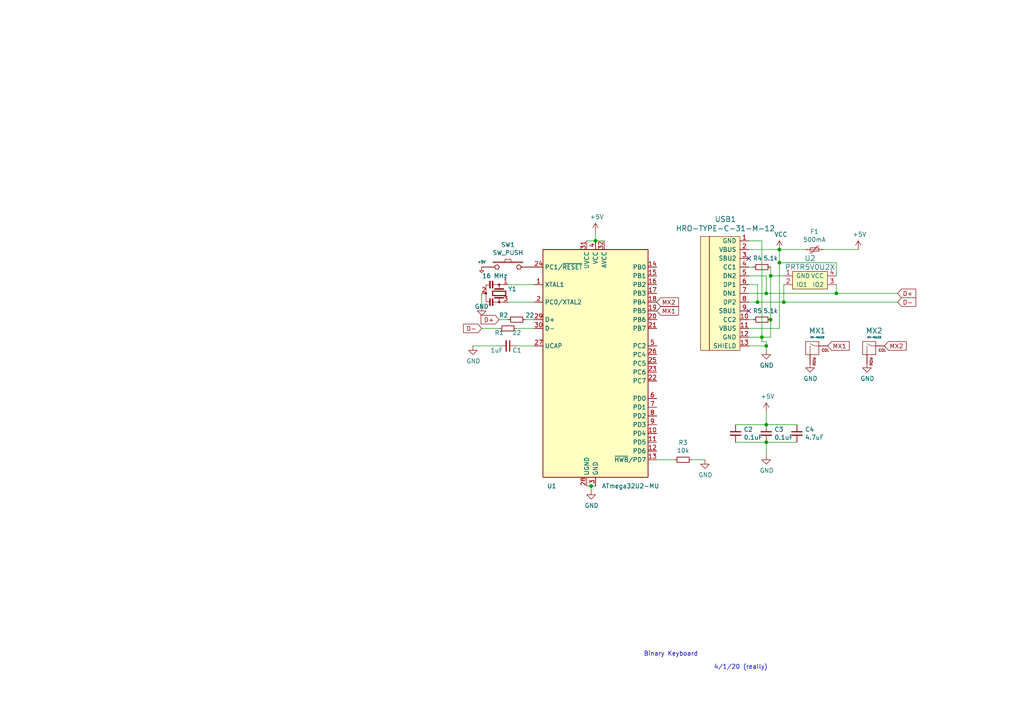
<source format=kicad_sch>
(kicad_sch (version 20211123) (generator eeschema)
  (paper "A4")
  (lib_symbols
    (symbol "Device:C_Small" (pin_numbers hide) (pin_names (offset 0.254) hide)
      (property "Reference" "C" (at 0.254 1.778 0))
      (property "Value" "C_Small" (at 0.254 -2.032 0))
      (symbol "C_Small_0_1"
        (polyline (pts (xy -1.524 -0.508) (xy 1.524 -0.508)) (stroke (width 0.3302)))
        (polyline (pts (xy -1.524 0.508) (xy 1.524 0.508)) (stroke (width 0.3048)))
      )
      (symbol "C_Small_1_1"
        (pin passive line (at 0 2.54 270) (length 2.032) (name "~") (number "1"))
        (pin passive line (at 0 -2.54 90) (length 2.032) (name "~") (number "2"))
      )
    )
    (symbol "Device:Polyfuse_Small" (pin_numbers hide) (pin_names (offset 0))
      (property "Reference" "F" (at -1.905 0 90))
      (property "Value" "Polyfuse_Small" (at 1.905 0 90))
      (symbol "Polyfuse_Small_0_1"
        (rectangle (start -0.508 1.27) (end 0.508 -1.27))
        (polyline (pts (xy 0 2.54) (xy 0 -2.54)))
        (polyline (pts (xy -1.016 1.27) (xy -1.016 0.762) (xy 1.016 -0.762) (xy 1.016 -1.27)))
      )
      (symbol "Polyfuse_Small_1_1"
        (pin passive line (at 0 2.54 270) (length 0.635) (name "~") (number "1"))
        (pin passive line (at 0 -2.54 90) (length 0.635) (name "~") (number "2"))
      )
    )
    (symbol "Device:R_Small" (pin_numbers hide) (pin_names (offset 0.254) hide)
      (property "Reference" "R" (at 0.762 0.508 0))
      (property "Value" "R_Small" (at 0.762 -1.016 0))
      (symbol "R_Small_0_1"
        (rectangle (start -0.762 1.778) (end 0.762 -1.778) (stroke (width 0.2032)))
      )
      (symbol "R_Small_1_1"
        (pin passive line (at 0 2.54 270) (length 0.762) (name "~") (number "1"))
        (pin passive line (at 0 -2.54 90) (length 0.762) (name "~") (number "2"))
      )
    )
    (symbol "Device:Resonator_Small" (pin_names (offset 1.016) hide)
      (property "Reference" "Y" (at 3.175 1.905 0))
      (property "Value" "Resonator_Small" (at 3.175 0 0))
      (symbol "Resonator_Small_0_1"
        (rectangle (start -3.556 -2.54) (end -1.524 -2.794) (fill (type outline)))
        (rectangle (start -3.556 -1.778) (end -1.524 -2.032) (fill (type outline)))
        (circle (center -2.54 0) (radius 0.254) (fill (type outline)))
        (rectangle (start -0.635 1.905) (end 0.635 -1.905) (stroke (width 0.3048)))
        (circle (center 0 -3.81) (radius 0.254) (fill (type outline)))
        (polyline (pts (xy -2.54 -1.778) (xy -2.54 0)))
        (polyline (pts (xy -2.54 0) (xy -1.397 0)))
        (polyline (pts (xy -2.54 1.27) (xy -2.54 0)))
        (polyline (pts (xy -1.27 -1.27) (xy -1.27 1.27)) (stroke (width 0.381)))
        (polyline (pts (xy 1.27 -1.27) (xy 1.27 1.27)) (stroke (width 0.381)))
        (polyline (pts (xy 1.27 0) (xy 2.54 0)))
        (polyline (pts (xy 2.54 0) (xy 2.54 -1.778)))
        (polyline (pts (xy 2.54 1.27) (xy 2.54 0)))
        (polyline (pts (xy 2.413 -2.794) (xy 2.413 -3.81) (xy -2.413 -3.81) (xy -2.413 -2.667)))
        (rectangle (start 1.524 -2.54) (end 3.556 -2.794) (fill (type outline)))
        (rectangle (start 1.524 -1.778) (end 3.556 -2.032) (fill (type outline)))
        (circle (center 2.54 0) (radius 0.254) (fill (type outline)))
      )
      (symbol "Resonator_Small_1_1"
        (pin passive line (at -2.54 2.54 270) (length 1.27) (name "1") (number "1"))
        (pin passive line (at 0 -5.08 90) (length 1.27) (name "2") (number "2"))
        (pin passive line (at 2.54 2.54 270) (length 1.27) (name "3") (number "3"))
      )
    )
    (symbol "binarykb-rescue:ATmega32U2-MU-MCU_Microchip_ATmega"
      (property "Reference" "U" (at -15.24 34.29 0))
      (property "Value" "ATmega32U2-MU-MCU_Microchip_ATmega" (at 2.54 -34.29 0))
      (symbol "ATmega32U2-MU-MCU_Microchip_ATmega_0_1"
        (rectangle (start -15.24 -33.02) (end 15.24 33.02) (stroke (width 0.254)) (fill (type background)))
      )
      (symbol "ATmega32U2-MU-MCU_Microchip_ATmega_1_1"
        (pin input line (at -17.78 22.86 0) (length 2.54) (name "XTAL1") (number "1"))
        (pin bidirectional line (at 17.78 -20.32 180) (length 2.54) (name "PD4") (number "10"))
        (pin bidirectional line (at 17.78 -22.86 180) (length 2.54) (name "PD5") (number "11"))
        (pin bidirectional line (at 17.78 -25.4 180) (length 2.54) (name "PD6") (number "12"))
        (pin bidirectional line (at 17.78 -27.94 180) (length 2.54) (name "~{HWB}/PD7") (number "13"))
        (pin bidirectional line (at 17.78 27.94 180) (length 2.54) (name "PB0") (number "14"))
        (pin bidirectional line (at 17.78 25.4 180) (length 2.54) (name "PB1") (number "15"))
        (pin bidirectional line (at 17.78 22.86 180) (length 2.54) (name "PB2") (number "16"))
        (pin bidirectional line (at 17.78 20.32 180) (length 2.54) (name "PB3") (number "17"))
        (pin bidirectional line (at 17.78 17.78 180) (length 2.54) (name "PB4") (number "18"))
        (pin bidirectional line (at 17.78 15.24 180) (length 2.54) (name "PB5") (number "19"))
        (pin bidirectional line (at -17.78 17.78 0) (length 2.54) (name "PC0/XTAL2") (number "2"))
        (pin bidirectional line (at 17.78 12.7 180) (length 2.54) (name "PB6") (number "20"))
        (pin bidirectional line (at 17.78 10.16 180) (length 2.54) (name "PB7") (number "21"))
        (pin bidirectional line (at 17.78 -5.08 180) (length 2.54) (name "PC7") (number "22"))
        (pin bidirectional line (at 17.78 -2.54 180) (length 2.54) (name "PC6") (number "23"))
        (pin bidirectional line (at -17.78 27.94 0) (length 2.54) (name "PC1/~{RESET}") (number "24"))
        (pin bidirectional line (at 17.78 0 180) (length 2.54) (name "PC5") (number "25"))
        (pin bidirectional line (at 17.78 2.54 180) (length 2.54) (name "PC4") (number "26"))
        (pin passive line (at -17.78 5.08 0) (length 2.54) (name "UCAP") (number "27"))
        (pin power_in line (at -2.54 -35.56 90) (length 2.54) (name "UGND") (number "28"))
        (pin bidirectional line (at -17.78 12.7 0) (length 2.54) (name "D+") (number "29"))
        (pin power_in line (at 0 -35.56 90) (length 2.54) (name "GND") (number "3"))
        (pin bidirectional line (at -17.78 10.16 0) (length 2.54) (name "D-") (number "30"))
        (pin power_in line (at -2.54 35.56 270) (length 2.54) (name "UVCC") (number "31"))
        (pin power_in line (at 2.54 35.56 270) (length 2.54) (name "AVCC") (number "32"))
        (pin passive line (at 0 -35.56 90) (length 2.54) hide (name "GND") (number "33"))
        (pin power_in line (at 0 35.56 270) (length 2.54) (name "VCC") (number "4"))
        (pin bidirectional line (at 17.78 5.08 180) (length 2.54) (name "PC2") (number "5"))
        (pin bidirectional line (at 17.78 -10.16 180) (length 2.54) (name "PD0") (number "6"))
        (pin bidirectional line (at 17.78 -12.7 180) (length 2.54) (name "PD1") (number "7"))
        (pin bidirectional line (at 17.78 -15.24 180) (length 2.54) (name "PD2") (number "8"))
        (pin bidirectional line (at 17.78 -17.78 180) (length 2.54) (name "PD3") (number "9"))
      )
    )
    (symbol "binarykb-rescue:GND-keyboard_parts" (power) (pin_names (offset 0))
      (property "Value" "GND-keyboard_parts" (at 0 -2.54 0))
      (symbol "GND-keyboard_parts_0_0"
        (pin power_in line (at 0 0 90) (length 0) hide (name "+5V") (number "1"))
      )
      (symbol "GND-keyboard_parts_0_1"
        (polyline (pts (xy 0 -1.651) (xy 0.635 -1.016) (xy -0.635 -1.016) (xy 0 -1.651)))
      )
      (symbol "GND-keyboard_parts_1_1"
        (polyline (pts (xy 0 0) (xy 0 -1.016) (xy 0 -1.016)))
      )
    )
    (symbol "binarykb-rescue:HRO-TYPE-C-31-M-12-Type-C" (pin_names (offset 1.016))
      (property "Reference" "USB" (at -5.08 16.51 0))
      (property "Value" "HRO-TYPE-C-31-M-12-Type-C" (at -10.16 -1.27 90))
      (symbol "HRO-TYPE-C-31-M-12-Type-C_0_1"
        (rectangle (start -11.43 15.24) (end -8.89 -17.78) (fill (type background)))
        (rectangle (start 0 -17.78) (end -8.89 15.24) (fill (type background)))
      )
      (symbol "HRO-TYPE-C-31-M-12-Type-C_1_1"
        (pin input line (at 2.54 13.97 180) (length 2.54) (name "GND") (number "1"))
        (pin input line (at 2.54 -8.89 180) (length 2.54) (name "CC2") (number "10"))
        (pin input line (at 2.54 -11.43 180) (length 2.54) (name "VBUS") (number "11"))
        (pin input line (at 2.54 -13.97 180) (length 2.54) (name "GND") (number "12"))
        (pin input line (at 2.54 -16.51 180) (length 2.54) (name "SHIELD") (number "13"))
        (pin input line (at 2.54 11.43 180) (length 2.54) (name "VBUS") (number "2"))
        (pin input line (at 2.54 8.89 180) (length 2.54) (name "SBU2") (number "3"))
        (pin input line (at 2.54 6.35 180) (length 2.54) (name "CC1") (number "4"))
        (pin input line (at 2.54 3.81 180) (length 2.54) (name "DN2") (number "5"))
        (pin input line (at 2.54 1.27 180) (length 2.54) (name "DP1") (number "6"))
        (pin input line (at 2.54 -1.27 180) (length 2.54) (name "DN1") (number "7"))
        (pin input line (at 2.54 -3.81 180) (length 2.54) (name "DP2") (number "8"))
        (pin input line (at 2.54 -6.35 180) (length 2.54) (name "SBU1") (number "9"))
      )
    )
    (symbol "binarykb-rescue:MX-NoLED-MX_Alps_Hybrid" (pin_names (offset 1.016))
      (property "Reference" "MX" (at -0.635 3.81 0))
      (property "Value" "MX-NoLED-MX_Alps_Hybrid" (at -0.635 1.27 0))
      (symbol "MX-NoLED-MX_Alps_Hybrid_0_0"
        (rectangle (start -2.54 2.54) (end 1.27 -1.27))
        (polyline (pts (xy -1.27 -1.27) (xy -1.27 1.27)) (stroke (width 0.127)))
        (polyline (pts (xy 1.27 1.27) (xy 0 1.27) (xy -1.27 1.905)) (stroke (width 0.127)))
        (text "COL" (at 3.175 0 0) (effects (font (size 0.762 0.762))))
        (text "ROW" (at 0 -1.905 900) (effects (font (size 0.762 0.762)) (justify right)))
      )
      (symbol "MX-NoLED-MX_Alps_Hybrid_1_1"
        (pin passive line (at 3.81 1.27 180) (length 2.54) (name "COL") (number "1"))
        (pin passive line (at -1.27 -3.81 90) (length 2.54) (name "ROW") (number "2"))
      )
    )
    (symbol "binarykb-rescue:PRTR5V0U2X-random-keyboard-parts" (pin_names (offset 1.016))
      (property "Reference" "U" (at 0 3.81 0))
      (property "Value" "PRTR5V0U2X-random-keyboard-parts" (at 0 -3.81 0))
      (symbol "PRTR5V0U2X-random-keyboard-parts_0_1"
        (rectangle (start -5.08 2.54) (end 5.08 -2.54) (fill (type background)))
      )
      (symbol "PRTR5V0U2X-random-keyboard-parts_1_1"
        (pin input line (at -7.62 1.27 0) (length 2.54) (name "GND") (number "1"))
        (pin input line (at -7.62 -1.27 0) (length 2.54) (name "IO1") (number "2"))
        (pin input line (at 7.62 -1.27 180) (length 2.54) (name "IO2") (number "3"))
        (pin input line (at 7.62 1.27 180) (length 2.54) (name "VCC") (number "4"))
      )
    )
    (symbol "binarykb-rescue:SW_PUSH-keyboard_parts" (pin_numbers hide) (pin_names (offset 1.016) hide)
      (property "Reference" "SW" (at 3.81 2.794 0))
      (property "Value" "SW_PUSH-keyboard_parts" (at 0 -2.032 0))
      (symbol "SW_PUSH-keyboard_parts_0_1"
        (rectangle (start -4.318 1.27) (end 4.318 1.524))
        (polyline (pts (xy -1.016 1.524) (xy -0.762 2.286) (xy 0.762 2.286) (xy 1.016 1.524)))
        (pin passive inverted (at -7.62 0 0) (length 5.08) (name "1") (number "1"))
        (pin passive inverted (at 7.62 0 180) (length 5.08) (name "2") (number "2"))
      )
    )
    (symbol "power:+5V" (power) (pin_names (offset 0))
      (property "Value" "+5V" (at 0 3.556 0))
      (symbol "+5V_0_1"
        (polyline (pts (xy -0.762 1.27) (xy 0 2.54)))
        (polyline (pts (xy 0 0) (xy 0 2.54)))
        (polyline (pts (xy 0 2.54) (xy 0.762 1.27)))
      )
      (symbol "+5V_1_1"
        (pin power_in line (at 0 0 90) (length 0) hide (name "+5V") (number "1"))
      )
    )
    (symbol "power:GND" (power) (pin_names (offset 0))
      (property "Value" "GND" (at 0 -3.81 0))
      (symbol "GND_0_1"
        (polyline (pts (xy 0 0) (xy 0 -1.27) (xy 1.27 -1.27) (xy 0 -2.54) (xy -1.27 -1.27) (xy 0 -1.27)))
      )
      (symbol "GND_1_1"
        (pin power_in line (at 0 0 270) (length 0) hide (name "GND") (number "1"))
      )
    )
    (symbol "power:VCC" (power) (pin_names (offset 0))
      (property "Value" "VCC" (at 0 3.81 0))
      (symbol "VCC_0_1"
        (polyline (pts (xy -0.762 1.27) (xy 0 2.54)))
        (polyline (pts (xy 0 0) (xy 0 2.54)))
        (polyline (pts (xy 0 2.54) (xy 0.762 1.27)))
      )
      (symbol "VCC_1_1"
        (pin power_in line (at 0 0 90) (length 0) hide (name "VCC") (number "1"))
      )
    )
  )
  (junction (at 222.25 100.33))
  (junction (at 222.25 123.19))
  (junction (at 226.06 72.39))
  (junction (at 226.06 76.2))
  (junction (at 219.71 87.63))
  (junction (at 220.98 97.79))
  (junction (at 222.25 85.09))
  (junction (at 171.45 140.97))
  (junction (at 242.57 85.09))
  (junction (at 227.33 87.63))
  (junction (at 223.52 92.71))
  (junction (at 172.72 69.85))
  (junction (at 222.25 128.27))
  (junction (at 223.52 80.01))
  (no_connect (at 217.17 90.17))
  (no_connect (at 217.17 74.93))
  (wire (pts (xy 238.76 72.39) (xy 248.92 72.39)))
  (wire (pts (xy 222.25 99.06) (xy 220.98 99.06)))
  (wire (pts (xy 219.71 82.55) (xy 219.71 87.63)))
  (wire (pts (xy 242.57 85.09) (xy 260.35 85.09)))
  (wire (pts (xy 147.32 92.71) (xy 144.78 92.71)))
  (wire (pts (xy 226.06 95.25) (xy 226.06 76.2)))
  (wire (pts (xy 222.25 100.33) (xy 222.25 101.6)))
  (wire (pts (xy 222.25 99.06) (xy 222.25 100.33)))
  (wire (pts (xy 144.78 95.25) (xy 139.7 95.25)))
  (wire (pts (xy 226.06 76.2) (xy 226.06 72.39)))
  (wire (pts (xy 217.17 72.39) (xy 226.06 72.39)))
  (wire (pts (xy 223.52 77.47) (xy 223.52 80.01)))
  (wire (pts (xy 147.32 82.55) (xy 154.94 82.55)))
  (wire (pts (xy 147.32 87.63) (xy 154.94 87.63)))
  (wire (pts (xy 217.17 100.33) (xy 222.25 100.33)))
  (wire (pts (xy 172.72 69.85) (xy 172.72 67.31)))
  (wire (pts (xy 200.66 133.35) (xy 204.47 133.35)))
  (wire (pts (xy 217.17 77.47) (xy 218.44 77.47)))
  (wire (pts (xy 223.52 97.79) (xy 220.98 97.79)))
  (wire (pts (xy 172.72 69.85) (xy 175.26 69.85)))
  (wire (pts (xy 139.7 85.09) (xy 139.7 88.9)))
  (wire (pts (xy 242.57 76.2) (xy 226.06 76.2)))
  (wire (pts (xy 222.25 85.09) (xy 242.57 85.09)))
  (wire (pts (xy 171.45 140.97) (xy 171.45 142.24)))
  (wire (pts (xy 152.4 92.71) (xy 154.94 92.71)))
  (wire (pts (xy 223.52 92.71) (xy 223.52 97.79)))
  (wire (pts (xy 242.57 82.55) (xy 242.57 85.09)))
  (wire (pts (xy 144.78 100.33) (xy 137.16 100.33)))
  (wire (pts (xy 218.44 92.71) (xy 217.17 92.71)))
  (wire (pts (xy 170.18 140.97) (xy 171.45 140.97)))
  (wire (pts (xy 222.25 123.19) (xy 222.25 119.38)))
  (wire (pts (xy 226.06 72.39) (xy 233.68 72.39)))
  (wire (pts (xy 217.17 97.79) (xy 220.98 97.79)))
  (wire (pts (xy 227.33 87.63) (xy 260.35 87.63)))
  (wire (pts (xy 217.17 85.09) (xy 222.25 85.09)))
  (wire (pts (xy 222.25 132.08) (xy 222.25 128.27)))
  (wire (pts (xy 227.33 82.55) (xy 227.33 87.63)))
  (wire (pts (xy 213.36 123.19) (xy 222.25 123.19)))
  (wire (pts (xy 149.86 95.25) (xy 154.94 95.25)))
  (wire (pts (xy 223.52 80.01) (xy 227.33 80.01)))
  (wire (pts (xy 220.98 69.85) (xy 217.17 69.85)))
  (wire (pts (xy 170.18 69.85) (xy 172.72 69.85)))
  (wire (pts (xy 217.17 82.55) (xy 219.71 82.55)))
  (wire (pts (xy 223.52 80.01) (xy 223.52 92.71)))
  (wire (pts (xy 217.17 80.01) (xy 222.25 80.01)))
  (wire (pts (xy 219.71 87.63) (xy 227.33 87.63)))
  (wire (pts (xy 154.94 100.33) (xy 149.86 100.33)))
  (wire (pts (xy 213.36 128.27) (xy 222.25 128.27)))
  (wire (pts (xy 222.25 80.01) (xy 222.25 85.09)))
  (wire (pts (xy 217.17 87.63) (xy 219.71 87.63)))
  (wire (pts (xy 190.5 133.35) (xy 195.58 133.35)))
  (wire (pts (xy 231.14 128.27) (xy 222.25 128.27)))
  (wire (pts (xy 171.45 140.97) (xy 172.72 140.97)))
  (wire (pts (xy 217.17 95.25) (xy 226.06 95.25)))
  (wire (pts (xy 220.98 97.79) (xy 220.98 69.85)))
  (wire (pts (xy 220.98 99.06) (xy 220.98 97.79)))
  (wire (pts (xy 242.57 80.01) (xy 242.57 76.2)))
  (wire (pts (xy 222.25 123.19) (xy 231.14 123.19)))
  (text "4/1/20 (really)" (at 207.01 194.31 0) (effects (font (size 1.27 1.27)) (justify left bottom)))
  (text "Binary Keyboard" (at 186.69 190.5 0) (effects (font (size 1.27 1.27)) (justify left bottom)))
  (global_label "MX1" (shape input) (at 240.03 100.33 0) (property "Intersheet References" "${INTERSHEET_REFS}" (effects hide)))
  (global_label "MX1" (shape input) (at 190.5 90.17 0) (property "Intersheet References" "${INTERSHEET_REFS}" (effects hide)))
  (global_label "D+" (shape input) (at 260.35 85.09 0) (property "Intersheet References" "${INTERSHEET_REFS}" (effects hide)))
  (global_label "D+" (shape input) (at 144.78 92.71 180) (property "Intersheet References" "${INTERSHEET_REFS}" (effects hide)))
  (global_label "D-" (shape input) (at 260.35 87.63 0) (property "Intersheet References" "${INTERSHEET_REFS}" (effects hide)))
  (global_label "MX2" (shape input) (at 190.5 87.63 0) (property "Intersheet References" "${INTERSHEET_REFS}" (effects hide)))
  (global_label "D-" (shape input) (at 139.7 95.25 180) (property "Intersheet References" "${INTERSHEET_REFS}" (effects hide)))
  (global_label "MX2" (shape input) (at 256.54 100.33 0) (property "Intersheet References" "${INTERSHEET_REFS}" (effects hide)))
  (symbol (lib_id "power:GND") (at 171.45 142.24 0) (unit 1)
    (property "Reference" "#PWR03" (effects hide))
    (property "Value" "GND" (at 171.577 146.6342 0))
  )
  (symbol (lib_id "Device:R_Small") (at 198.12 133.35 270) (unit 1)
    (property "Reference" "R3" (at 198.12 128.3716 90))
    (property "Value" "10k" (at 198.12 130.683 90))
    (property "Footprint" "Resistor_SMD:R_0603_1608Metric" (effects hide))
  )
  (symbol (lib_id "power:GND") (at 204.47 133.35 0) (unit 1)
    (property "Reference" "#PWR05" (effects hide))
    (property "Value" "GND" (at 204.597 137.7442 0))
  )
  (symbol (lib_id "Device:R_Small") (at 149.86 92.71 270) (unit 1)
    (property "Reference" "R2" (at 146.05 91.44 90))
    (property "Value" "22" (at 153.67 91.44 90))
    (property "Footprint" "Resistor_SMD:R_0603_1608Metric" (effects hide))
  )
  (symbol (lib_id "Device:R_Small") (at 147.32 95.25 270) (unit 1)
    (property "Reference" "R1" (at 144.78 96.52 90))
    (property "Value" "22" (at 149.86 96.52 90))
    (property "Footprint" "Resistor_SMD:R_0603_1608Metric" (effects hide))
  )
  (symbol (lib_id "Device:C_Small") (at 147.32 100.33 270) (unit 1)
    (property "Reference" "C1" (at 148.59 101.6 90) (effects (justify left)))
    (property "Value" "1uF" (at 142.24 101.6 90) (effects (justify left)))
    (property "Footprint" "Capacitor_SMD:C_0603_1608Metric" (effects hide))
  )
  (symbol (lib_id "power:GND") (at 137.16 100.33 0) (unit 1)
    (property "Reference" "#PWR01" (effects hide))
    (property "Value" "GND" (at 137.287 104.7242 0))
  )
  (symbol (lib_id "Device:C_Small") (at 213.36 125.73 0) (unit 1)
    (property "Reference" "C2" (at 215.6968 124.5616 0) (effects (justify left)))
    (property "Value" "0.1uF" (at 215.6968 126.873 0) (effects (justify left)))
    (property "Footprint" "Capacitor_SMD:C_0603_1608Metric" (effects hide))
  )
  (symbol (lib_id "Device:C_Small") (at 222.25 125.73 0) (unit 1)
    (property "Reference" "C3" (at 224.5868 124.5616 0) (effects (justify left)))
    (property "Value" "0.1uF" (at 224.5868 126.873 0) (effects (justify left)))
    (property "Footprint" "Capacitor_SMD:C_0603_1608Metric" (effects hide))
  )
  (symbol (lib_id "power:+5V") (at 222.25 119.38 0) (unit 1)
    (property "Reference" "#PWR07" (effects hide))
    (property "Value" "+5V" (at 222.631 114.9858 0))
  )
  (symbol (lib_id "power:GND") (at 222.25 132.08 0) (unit 1)
    (property "Reference" "#PWR08" (effects hide))
    (property "Value" "GND" (at 222.377 136.4742 0))
  )
  (symbol (lib_id "power:VCC") (at 226.06 72.39 0) (unit 1)
    (property "Reference" "#PWR09" (effects hide))
    (property "Value" "VCC" (at 226.4918 67.9958 0))
  )
  (symbol (lib_id "Device:Polyfuse_Small") (at 236.22 72.39 270) (unit 1)
    (property "Reference" "F1" (at 236.22 67.183 90))
    (property "Value" "500mA" (at 236.22 69.4944 90))
    (property "Footprint" "Fuse:Fuse_0603_1608Metric" (effects hide))
  )
  (symbol (lib_id "power:+5V") (at 248.92 72.39 0) (unit 1)
    (property "Reference" "#PWR011" (effects hide))
    (property "Value" "+5V" (at 249.301 67.9958 0))
  )
  (symbol (lib_id "binarykb-rescue:ATmega32U2-MU-MCU_Microchip_ATmega") (at 172.72 105.41 0) (unit 1)
    (property "Reference" "U1" (at 160.02 140.97 0))
    (property "Value" "ATmega32U2-MU" (at 182.88 140.97 0))
    (property "Footprint" "Package_DFN_QFN:QFN-32-1EP_5x5mm_P0.5mm_EP3.1x3.1mm" (effects hide))
    (property "Datasheet" "http://ww1.microchip.com/downloads/en/DeviceDoc/doc7799.pdf" (effects hide))
  )
  (symbol (lib_id "binarykb-rescue:MX-NoLED-MX_Alps_Hybrid") (at 236.22 101.6 0) (unit 1)
    (property "Reference" "MX1" (at 237.0582 95.9358 0) (effects (font (size 1.524 1.524))))
    (property "Value" "MX-NoLED" (at 237.0582 97.8154 0) (effects (font (size 0.508 0.508))))
    (property "Footprint" "MX_Only:MXOnly-1U-Hotswap" (effects hide))
  )
  (symbol (lib_id "binarykb-rescue:MX-NoLED-MX_Alps_Hybrid") (at 252.73 101.6 0) (unit 1)
    (property "Reference" "MX2" (at 253.5682 95.9358 0) (effects (font (size 1.524 1.524))))
    (property "Value" "MX-NoLED" (at 253.5682 97.8154 0) (effects (font (size 0.508 0.508))))
    (property "Footprint" "MX_Only:MXOnly-1U-Hotswap" (effects hide))
  )
  (symbol (lib_id "Device:C_Small") (at 231.14 125.73 0) (unit 1)
    (property "Reference" "C4" (at 233.4768 124.5616 0) (effects (justify left)))
    (property "Value" "4.7uF" (at 233.4768 126.873 0) (effects (justify left)))
    (property "Footprint" "Capacitor_SMD:C_0603_1608Metric" (effects hide))
  )
  (symbol (lib_id "binarykb-rescue:HRO-TYPE-C-31-M-12-Type-C") (at 214.63 83.82 0) (unit 1)
    (property "Reference" "USB1" (at 210.3882 63.5762 0) (effects (font (size 1.524 1.524))))
    (property "Value" "HRO-TYPE-C-31-M-12" (at 210.3882 66.2686 0) (effects (font (size 1.524 1.524))))
    (property "Footprint" "Type-C:HRO-TYPE-C-31-M-12" (effects hide))
  )
  (symbol (lib_id "power:GND") (at 222.25 101.6 0) (unit 1)
    (property "Reference" "#PWR06" (effects hide))
    (property "Value" "GND" (at 222.377 105.9942 0))
  )
  (symbol (lib_id "binarykb-rescue:PRTR5V0U2X-random-keyboard-parts") (at 234.95 81.28 0) (unit 1)
    (property "Reference" "U2" (at 234.95 74.93 0) (effects (font (size 1.524 1.524))))
    (property "Value" "PRTR5V0U2X" (at 234.95 77.47 0) (effects (font (size 1.524 1.524))))
    (property "Footprint" "random-keyboard-parts:SOT143B" (effects hide))
  )
  (symbol (lib_id "binarykb-rescue:SW_PUSH-keyboard_parts") (at 147.32 77.47 0) (unit 1)
    (property "Reference" "SW1" (at 147.32 70.993 0))
    (property "Value" "SW_PUSH" (at 147.32 73.3044 0))
    (property "Footprint" "random-keyboard-parts:SKQG-1155865" (effects hide))
  )
  (symbol (lib_id "binarykb-rescue:GND-keyboard_parts") (at 139.7 77.47 0) (unit 1)
    (property "Reference" "#PWR0101" (effects hide))
    (property "Value" "GND" (at 139.7 75.9714 0) (effects (font (size 0.762 0.762))))
  )
  (symbol (lib_id "Device:R_Small") (at 220.98 92.71 270) (unit 1)
    (property "Reference" "R5" (at 219.71 90.17 90))
    (property "Value" "5.1k" (at 223.52 90.17 90))
    (property "Footprint" "Resistor_SMD:R_0603_1608Metric" (effects hide))
  )
  (symbol (lib_id "Device:R_Small") (at 220.98 77.47 270) (unit 1)
    (property "Reference" "R4" (at 219.71 74.93 90))
    (property "Value" "5.1k" (at 223.52 74.93 90))
    (property "Footprint" "Resistor_SMD:R_0603_1608Metric" (effects hide))
  )
  (symbol (lib_id "Device:Resonator_Small") (at 144.78 85.09 270) (unit 1)
    (property "Reference" "Y1" (at 148.59 83.82 90))
    (property "Value" "16 MHz" (at 143.51 80.01 90))
    (property "Footprint" "Crystal:CSTNE16M0V51Z000R0" (effects hide))
  )
  (symbol (lib_id "power:GND") (at 139.7 88.9 0) (unit 1)
    (property "Reference" "#PWR02" (effects hide))
    (property "Value" "GND" (at 139.7 88.9 0))
  )
  (symbol (lib_id "power:GND") (at 234.95 105.41 0) (unit 1)
    (property "Reference" "#PWR010" (effects hide))
    (property "Value" "GND" (at 235.077 109.8042 0))
  )
  (symbol (lib_id "power:GND") (at 251.46 105.41 0) (unit 1)
    (property "Reference" "#PWR012" (effects hide))
    (property "Value" "GND" (at 251.587 109.8042 0))
  )
  (symbol (lib_id "power:+5V") (at 172.72 67.31 0) (unit 1)
    (property "Reference" "#PWR04" (effects hide))
    (property "Value" "+5V" (at 173.101 62.9158 0))
  )
)
</source>
